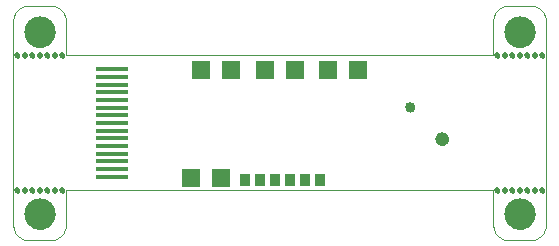
<source format=gbs>
G75*
%MOIN*%
%OFA0B0*%
%FSLAX24Y24*%
%IPPOS*%
%LPD*%
%AMOC8*
5,1,8,0,0,1.08239X$1,22.5*
%
%ADD10C,0.0000*%
%ADD11C,0.1040*%
%ADD12C,0.0190*%
%ADD13C,0.0335*%
%ADD14C,0.0453*%
%ADD15R,0.0640X0.0640*%
%ADD16R,0.1064X0.0178*%
%ADD17R,0.0360X0.0390*%
D10*
X004943Y002737D02*
X005693Y002737D01*
X005737Y002739D01*
X005780Y002745D01*
X005822Y002754D01*
X005864Y002767D01*
X005904Y002784D01*
X005943Y002804D01*
X005980Y002827D01*
X006014Y002854D01*
X006047Y002883D01*
X006076Y002916D01*
X006103Y002950D01*
X006126Y002987D01*
X006146Y003026D01*
X006163Y003066D01*
X006176Y003108D01*
X006185Y003150D01*
X006191Y003193D01*
X006193Y003237D01*
X006193Y004393D01*
X020443Y004393D01*
X020443Y003237D01*
X020445Y003193D01*
X020451Y003150D01*
X020460Y003108D01*
X020473Y003066D01*
X020490Y003026D01*
X020510Y002987D01*
X020533Y002950D01*
X020560Y002916D01*
X020589Y002883D01*
X020622Y002854D01*
X020656Y002827D01*
X020693Y002804D01*
X020732Y002784D01*
X020772Y002767D01*
X020814Y002754D01*
X020856Y002745D01*
X020899Y002739D01*
X020943Y002737D01*
X021693Y002737D01*
X021737Y002739D01*
X021780Y002745D01*
X021822Y002754D01*
X021864Y002767D01*
X021904Y002784D01*
X021943Y002804D01*
X021980Y002827D01*
X022014Y002854D01*
X022047Y002883D01*
X022076Y002916D01*
X022103Y002950D01*
X022126Y002987D01*
X022146Y003026D01*
X022163Y003066D01*
X022176Y003108D01*
X022185Y003150D01*
X022191Y003193D01*
X022193Y003237D01*
X022193Y010050D01*
X022191Y010094D01*
X022185Y010137D01*
X022176Y010179D01*
X022163Y010221D01*
X022146Y010261D01*
X022126Y010300D01*
X022103Y010337D01*
X022076Y010371D01*
X022047Y010404D01*
X022014Y010433D01*
X021980Y010460D01*
X021943Y010483D01*
X021904Y010503D01*
X021864Y010520D01*
X021822Y010533D01*
X021780Y010542D01*
X021737Y010548D01*
X021693Y010550D01*
X020943Y010550D01*
X020899Y010548D01*
X020856Y010542D01*
X020814Y010533D01*
X020772Y010520D01*
X020732Y010503D01*
X020693Y010483D01*
X020656Y010460D01*
X020622Y010433D01*
X020589Y010404D01*
X020560Y010371D01*
X020533Y010337D01*
X020510Y010300D01*
X020490Y010261D01*
X020473Y010221D01*
X020460Y010179D01*
X020451Y010137D01*
X020445Y010094D01*
X020443Y010050D01*
X020443Y008893D01*
X006193Y008893D01*
X006193Y010050D01*
X006191Y010094D01*
X006185Y010137D01*
X006176Y010179D01*
X006163Y010221D01*
X006146Y010261D01*
X006126Y010300D01*
X006103Y010337D01*
X006076Y010371D01*
X006047Y010404D01*
X006014Y010433D01*
X005980Y010460D01*
X005943Y010483D01*
X005904Y010503D01*
X005864Y010520D01*
X005822Y010533D01*
X005780Y010542D01*
X005737Y010548D01*
X005693Y010550D01*
X004943Y010550D01*
X004899Y010548D01*
X004856Y010542D01*
X004814Y010533D01*
X004772Y010520D01*
X004732Y010503D01*
X004693Y010483D01*
X004656Y010460D01*
X004622Y010433D01*
X004589Y010404D01*
X004560Y010371D01*
X004533Y010337D01*
X004510Y010300D01*
X004490Y010261D01*
X004473Y010221D01*
X004460Y010179D01*
X004451Y010137D01*
X004445Y010094D01*
X004443Y010050D01*
X004443Y003237D01*
X004445Y003193D01*
X004451Y003150D01*
X004460Y003108D01*
X004473Y003066D01*
X004490Y003026D01*
X004510Y002987D01*
X004533Y002950D01*
X004560Y002916D01*
X004589Y002883D01*
X004622Y002854D01*
X004656Y002827D01*
X004693Y002804D01*
X004732Y002784D01*
X004772Y002767D01*
X004814Y002754D01*
X004856Y002745D01*
X004899Y002739D01*
X004943Y002737D01*
X004818Y003612D02*
X004820Y003656D01*
X004826Y003700D01*
X004836Y003743D01*
X004849Y003785D01*
X004866Y003826D01*
X004887Y003865D01*
X004911Y003902D01*
X004938Y003937D01*
X004968Y003969D01*
X005001Y003999D01*
X005037Y004025D01*
X005074Y004049D01*
X005114Y004068D01*
X005155Y004085D01*
X005198Y004097D01*
X005241Y004106D01*
X005285Y004111D01*
X005329Y004112D01*
X005373Y004109D01*
X005417Y004102D01*
X005460Y004091D01*
X005502Y004077D01*
X005542Y004059D01*
X005581Y004037D01*
X005617Y004013D01*
X005651Y003985D01*
X005683Y003954D01*
X005712Y003920D01*
X005738Y003884D01*
X005760Y003846D01*
X005779Y003806D01*
X005794Y003764D01*
X005806Y003722D01*
X005814Y003678D01*
X005818Y003634D01*
X005818Y003590D01*
X005814Y003546D01*
X005806Y003502D01*
X005794Y003460D01*
X005779Y003418D01*
X005760Y003378D01*
X005738Y003340D01*
X005712Y003304D01*
X005683Y003270D01*
X005651Y003239D01*
X005617Y003211D01*
X005581Y003187D01*
X005542Y003165D01*
X005502Y003147D01*
X005460Y003133D01*
X005417Y003122D01*
X005373Y003115D01*
X005329Y003112D01*
X005285Y003113D01*
X005241Y003118D01*
X005198Y003127D01*
X005155Y003139D01*
X005114Y003156D01*
X005074Y003175D01*
X005037Y003199D01*
X005001Y003225D01*
X004968Y003255D01*
X004938Y003287D01*
X004911Y003322D01*
X004887Y003359D01*
X004866Y003398D01*
X004849Y003439D01*
X004836Y003481D01*
X004826Y003524D01*
X004820Y003568D01*
X004818Y003612D01*
X004743Y004393D02*
X004745Y004410D01*
X004750Y004426D01*
X004759Y004440D01*
X004771Y004452D01*
X004785Y004461D01*
X004801Y004466D01*
X004818Y004468D01*
X004835Y004466D01*
X004851Y004461D01*
X004865Y004452D01*
X004877Y004440D01*
X004886Y004426D01*
X004891Y004410D01*
X004893Y004393D01*
X004891Y004376D01*
X004886Y004360D01*
X004877Y004346D01*
X004865Y004334D01*
X004851Y004325D01*
X004835Y004320D01*
X004818Y004318D01*
X004801Y004320D01*
X004785Y004325D01*
X004771Y004334D01*
X004759Y004346D01*
X004750Y004360D01*
X004745Y004376D01*
X004743Y004393D01*
X004493Y004393D02*
X004495Y004410D01*
X004500Y004426D01*
X004509Y004440D01*
X004521Y004452D01*
X004535Y004461D01*
X004551Y004466D01*
X004568Y004468D01*
X004585Y004466D01*
X004601Y004461D01*
X004615Y004452D01*
X004627Y004440D01*
X004636Y004426D01*
X004641Y004410D01*
X004643Y004393D01*
X004641Y004376D01*
X004636Y004360D01*
X004627Y004346D01*
X004615Y004334D01*
X004601Y004325D01*
X004585Y004320D01*
X004568Y004318D01*
X004551Y004320D01*
X004535Y004325D01*
X004521Y004334D01*
X004509Y004346D01*
X004500Y004360D01*
X004495Y004376D01*
X004493Y004393D01*
X004993Y004393D02*
X004995Y004410D01*
X005000Y004426D01*
X005009Y004440D01*
X005021Y004452D01*
X005035Y004461D01*
X005051Y004466D01*
X005068Y004468D01*
X005085Y004466D01*
X005101Y004461D01*
X005115Y004452D01*
X005127Y004440D01*
X005136Y004426D01*
X005141Y004410D01*
X005143Y004393D01*
X005141Y004376D01*
X005136Y004360D01*
X005127Y004346D01*
X005115Y004334D01*
X005101Y004325D01*
X005085Y004320D01*
X005068Y004318D01*
X005051Y004320D01*
X005035Y004325D01*
X005021Y004334D01*
X005009Y004346D01*
X005000Y004360D01*
X004995Y004376D01*
X004993Y004393D01*
X005243Y004393D02*
X005245Y004410D01*
X005250Y004426D01*
X005259Y004440D01*
X005271Y004452D01*
X005285Y004461D01*
X005301Y004466D01*
X005318Y004468D01*
X005335Y004466D01*
X005351Y004461D01*
X005365Y004452D01*
X005377Y004440D01*
X005386Y004426D01*
X005391Y004410D01*
X005393Y004393D01*
X005391Y004376D01*
X005386Y004360D01*
X005377Y004346D01*
X005365Y004334D01*
X005351Y004325D01*
X005335Y004320D01*
X005318Y004318D01*
X005301Y004320D01*
X005285Y004325D01*
X005271Y004334D01*
X005259Y004346D01*
X005250Y004360D01*
X005245Y004376D01*
X005243Y004393D01*
X005493Y004393D02*
X005495Y004410D01*
X005500Y004426D01*
X005509Y004440D01*
X005521Y004452D01*
X005535Y004461D01*
X005551Y004466D01*
X005568Y004468D01*
X005585Y004466D01*
X005601Y004461D01*
X005615Y004452D01*
X005627Y004440D01*
X005636Y004426D01*
X005641Y004410D01*
X005643Y004393D01*
X005641Y004376D01*
X005636Y004360D01*
X005627Y004346D01*
X005615Y004334D01*
X005601Y004325D01*
X005585Y004320D01*
X005568Y004318D01*
X005551Y004320D01*
X005535Y004325D01*
X005521Y004334D01*
X005509Y004346D01*
X005500Y004360D01*
X005495Y004376D01*
X005493Y004393D01*
X005743Y004393D02*
X005745Y004410D01*
X005750Y004426D01*
X005759Y004440D01*
X005771Y004452D01*
X005785Y004461D01*
X005801Y004466D01*
X005818Y004468D01*
X005835Y004466D01*
X005851Y004461D01*
X005865Y004452D01*
X005877Y004440D01*
X005886Y004426D01*
X005891Y004410D01*
X005893Y004393D01*
X005891Y004376D01*
X005886Y004360D01*
X005877Y004346D01*
X005865Y004334D01*
X005851Y004325D01*
X005835Y004320D01*
X005818Y004318D01*
X005801Y004320D01*
X005785Y004325D01*
X005771Y004334D01*
X005759Y004346D01*
X005750Y004360D01*
X005745Y004376D01*
X005743Y004393D01*
X005993Y004393D02*
X005995Y004410D01*
X006000Y004426D01*
X006009Y004440D01*
X006021Y004452D01*
X006035Y004461D01*
X006051Y004466D01*
X006068Y004468D01*
X006085Y004466D01*
X006101Y004461D01*
X006115Y004452D01*
X006127Y004440D01*
X006136Y004426D01*
X006141Y004410D01*
X006143Y004393D01*
X006141Y004376D01*
X006136Y004360D01*
X006127Y004346D01*
X006115Y004334D01*
X006101Y004325D01*
X006085Y004320D01*
X006068Y004318D01*
X006051Y004320D01*
X006035Y004325D01*
X006021Y004334D01*
X006009Y004346D01*
X006000Y004360D01*
X005995Y004376D01*
X005993Y004393D01*
X005993Y008893D02*
X005995Y008910D01*
X006000Y008926D01*
X006009Y008940D01*
X006021Y008952D01*
X006035Y008961D01*
X006051Y008966D01*
X006068Y008968D01*
X006085Y008966D01*
X006101Y008961D01*
X006115Y008952D01*
X006127Y008940D01*
X006136Y008926D01*
X006141Y008910D01*
X006143Y008893D01*
X006141Y008876D01*
X006136Y008860D01*
X006127Y008846D01*
X006115Y008834D01*
X006101Y008825D01*
X006085Y008820D01*
X006068Y008818D01*
X006051Y008820D01*
X006035Y008825D01*
X006021Y008834D01*
X006009Y008846D01*
X006000Y008860D01*
X005995Y008876D01*
X005993Y008893D01*
X005743Y008893D02*
X005745Y008910D01*
X005750Y008926D01*
X005759Y008940D01*
X005771Y008952D01*
X005785Y008961D01*
X005801Y008966D01*
X005818Y008968D01*
X005835Y008966D01*
X005851Y008961D01*
X005865Y008952D01*
X005877Y008940D01*
X005886Y008926D01*
X005891Y008910D01*
X005893Y008893D01*
X005891Y008876D01*
X005886Y008860D01*
X005877Y008846D01*
X005865Y008834D01*
X005851Y008825D01*
X005835Y008820D01*
X005818Y008818D01*
X005801Y008820D01*
X005785Y008825D01*
X005771Y008834D01*
X005759Y008846D01*
X005750Y008860D01*
X005745Y008876D01*
X005743Y008893D01*
X005493Y008893D02*
X005495Y008910D01*
X005500Y008926D01*
X005509Y008940D01*
X005521Y008952D01*
X005535Y008961D01*
X005551Y008966D01*
X005568Y008968D01*
X005585Y008966D01*
X005601Y008961D01*
X005615Y008952D01*
X005627Y008940D01*
X005636Y008926D01*
X005641Y008910D01*
X005643Y008893D01*
X005641Y008876D01*
X005636Y008860D01*
X005627Y008846D01*
X005615Y008834D01*
X005601Y008825D01*
X005585Y008820D01*
X005568Y008818D01*
X005551Y008820D01*
X005535Y008825D01*
X005521Y008834D01*
X005509Y008846D01*
X005500Y008860D01*
X005495Y008876D01*
X005493Y008893D01*
X005243Y008893D02*
X005245Y008910D01*
X005250Y008926D01*
X005259Y008940D01*
X005271Y008952D01*
X005285Y008961D01*
X005301Y008966D01*
X005318Y008968D01*
X005335Y008966D01*
X005351Y008961D01*
X005365Y008952D01*
X005377Y008940D01*
X005386Y008926D01*
X005391Y008910D01*
X005393Y008893D01*
X005391Y008876D01*
X005386Y008860D01*
X005377Y008846D01*
X005365Y008834D01*
X005351Y008825D01*
X005335Y008820D01*
X005318Y008818D01*
X005301Y008820D01*
X005285Y008825D01*
X005271Y008834D01*
X005259Y008846D01*
X005250Y008860D01*
X005245Y008876D01*
X005243Y008893D01*
X004993Y008893D02*
X004995Y008910D01*
X005000Y008926D01*
X005009Y008940D01*
X005021Y008952D01*
X005035Y008961D01*
X005051Y008966D01*
X005068Y008968D01*
X005085Y008966D01*
X005101Y008961D01*
X005115Y008952D01*
X005127Y008940D01*
X005136Y008926D01*
X005141Y008910D01*
X005143Y008893D01*
X005141Y008876D01*
X005136Y008860D01*
X005127Y008846D01*
X005115Y008834D01*
X005101Y008825D01*
X005085Y008820D01*
X005068Y008818D01*
X005051Y008820D01*
X005035Y008825D01*
X005021Y008834D01*
X005009Y008846D01*
X005000Y008860D01*
X004995Y008876D01*
X004993Y008893D01*
X004743Y008893D02*
X004745Y008910D01*
X004750Y008926D01*
X004759Y008940D01*
X004771Y008952D01*
X004785Y008961D01*
X004801Y008966D01*
X004818Y008968D01*
X004835Y008966D01*
X004851Y008961D01*
X004865Y008952D01*
X004877Y008940D01*
X004886Y008926D01*
X004891Y008910D01*
X004893Y008893D01*
X004891Y008876D01*
X004886Y008860D01*
X004877Y008846D01*
X004865Y008834D01*
X004851Y008825D01*
X004835Y008820D01*
X004818Y008818D01*
X004801Y008820D01*
X004785Y008825D01*
X004771Y008834D01*
X004759Y008846D01*
X004750Y008860D01*
X004745Y008876D01*
X004743Y008893D01*
X004493Y008893D02*
X004495Y008910D01*
X004500Y008926D01*
X004509Y008940D01*
X004521Y008952D01*
X004535Y008961D01*
X004551Y008966D01*
X004568Y008968D01*
X004585Y008966D01*
X004601Y008961D01*
X004615Y008952D01*
X004627Y008940D01*
X004636Y008926D01*
X004641Y008910D01*
X004643Y008893D01*
X004641Y008876D01*
X004636Y008860D01*
X004627Y008846D01*
X004615Y008834D01*
X004601Y008825D01*
X004585Y008820D01*
X004568Y008818D01*
X004551Y008820D01*
X004535Y008825D01*
X004521Y008834D01*
X004509Y008846D01*
X004500Y008860D01*
X004495Y008876D01*
X004493Y008893D01*
X004818Y009675D02*
X004820Y009719D01*
X004826Y009763D01*
X004836Y009806D01*
X004849Y009848D01*
X004866Y009889D01*
X004887Y009928D01*
X004911Y009965D01*
X004938Y010000D01*
X004968Y010032D01*
X005001Y010062D01*
X005037Y010088D01*
X005074Y010112D01*
X005114Y010131D01*
X005155Y010148D01*
X005198Y010160D01*
X005241Y010169D01*
X005285Y010174D01*
X005329Y010175D01*
X005373Y010172D01*
X005417Y010165D01*
X005460Y010154D01*
X005502Y010140D01*
X005542Y010122D01*
X005581Y010100D01*
X005617Y010076D01*
X005651Y010048D01*
X005683Y010017D01*
X005712Y009983D01*
X005738Y009947D01*
X005760Y009909D01*
X005779Y009869D01*
X005794Y009827D01*
X005806Y009785D01*
X005814Y009741D01*
X005818Y009697D01*
X005818Y009653D01*
X005814Y009609D01*
X005806Y009565D01*
X005794Y009523D01*
X005779Y009481D01*
X005760Y009441D01*
X005738Y009403D01*
X005712Y009367D01*
X005683Y009333D01*
X005651Y009302D01*
X005617Y009274D01*
X005581Y009250D01*
X005542Y009228D01*
X005502Y009210D01*
X005460Y009196D01*
X005417Y009185D01*
X005373Y009178D01*
X005329Y009175D01*
X005285Y009176D01*
X005241Y009181D01*
X005198Y009190D01*
X005155Y009202D01*
X005114Y009219D01*
X005074Y009238D01*
X005037Y009262D01*
X005001Y009288D01*
X004968Y009318D01*
X004938Y009350D01*
X004911Y009385D01*
X004887Y009422D01*
X004866Y009461D01*
X004849Y009502D01*
X004836Y009544D01*
X004826Y009587D01*
X004820Y009631D01*
X004818Y009675D01*
X017516Y007172D02*
X017518Y007196D01*
X017524Y007219D01*
X017533Y007241D01*
X017546Y007261D01*
X017561Y007279D01*
X017580Y007294D01*
X017601Y007306D01*
X017623Y007314D01*
X017646Y007319D01*
X017670Y007320D01*
X017694Y007317D01*
X017716Y007310D01*
X017738Y007300D01*
X017758Y007287D01*
X017775Y007270D01*
X017789Y007251D01*
X017800Y007230D01*
X017808Y007207D01*
X017812Y007184D01*
X017812Y007160D01*
X017808Y007137D01*
X017800Y007114D01*
X017789Y007093D01*
X017775Y007074D01*
X017758Y007057D01*
X017738Y007044D01*
X017716Y007034D01*
X017694Y007027D01*
X017670Y007024D01*
X017646Y007025D01*
X017623Y007030D01*
X017601Y007038D01*
X017580Y007050D01*
X017561Y007065D01*
X017546Y007083D01*
X017533Y007103D01*
X017524Y007125D01*
X017518Y007148D01*
X017516Y007172D01*
X018515Y006114D02*
X018517Y006142D01*
X018523Y006170D01*
X018532Y006196D01*
X018545Y006222D01*
X018561Y006245D01*
X018581Y006265D01*
X018603Y006283D01*
X018627Y006298D01*
X018653Y006309D01*
X018680Y006317D01*
X018708Y006321D01*
X018736Y006321D01*
X018764Y006317D01*
X018791Y006309D01*
X018817Y006298D01*
X018841Y006283D01*
X018863Y006265D01*
X018883Y006245D01*
X018899Y006222D01*
X018912Y006196D01*
X018921Y006170D01*
X018927Y006142D01*
X018929Y006114D01*
X018927Y006086D01*
X018921Y006058D01*
X018912Y006032D01*
X018899Y006006D01*
X018883Y005983D01*
X018863Y005963D01*
X018841Y005945D01*
X018817Y005930D01*
X018791Y005919D01*
X018764Y005911D01*
X018736Y005907D01*
X018708Y005907D01*
X018680Y005911D01*
X018653Y005919D01*
X018627Y005930D01*
X018603Y005945D01*
X018581Y005963D01*
X018561Y005983D01*
X018545Y006006D01*
X018532Y006032D01*
X018523Y006058D01*
X018517Y006086D01*
X018515Y006114D01*
X020493Y004393D02*
X020495Y004410D01*
X020500Y004426D01*
X020509Y004440D01*
X020521Y004452D01*
X020535Y004461D01*
X020551Y004466D01*
X020568Y004468D01*
X020585Y004466D01*
X020601Y004461D01*
X020615Y004452D01*
X020627Y004440D01*
X020636Y004426D01*
X020641Y004410D01*
X020643Y004393D01*
X020641Y004376D01*
X020636Y004360D01*
X020627Y004346D01*
X020615Y004334D01*
X020601Y004325D01*
X020585Y004320D01*
X020568Y004318D01*
X020551Y004320D01*
X020535Y004325D01*
X020521Y004334D01*
X020509Y004346D01*
X020500Y004360D01*
X020495Y004376D01*
X020493Y004393D01*
X020743Y004393D02*
X020745Y004410D01*
X020750Y004426D01*
X020759Y004440D01*
X020771Y004452D01*
X020785Y004461D01*
X020801Y004466D01*
X020818Y004468D01*
X020835Y004466D01*
X020851Y004461D01*
X020865Y004452D01*
X020877Y004440D01*
X020886Y004426D01*
X020891Y004410D01*
X020893Y004393D01*
X020891Y004376D01*
X020886Y004360D01*
X020877Y004346D01*
X020865Y004334D01*
X020851Y004325D01*
X020835Y004320D01*
X020818Y004318D01*
X020801Y004320D01*
X020785Y004325D01*
X020771Y004334D01*
X020759Y004346D01*
X020750Y004360D01*
X020745Y004376D01*
X020743Y004393D01*
X020993Y004393D02*
X020995Y004410D01*
X021000Y004426D01*
X021009Y004440D01*
X021021Y004452D01*
X021035Y004461D01*
X021051Y004466D01*
X021068Y004468D01*
X021085Y004466D01*
X021101Y004461D01*
X021115Y004452D01*
X021127Y004440D01*
X021136Y004426D01*
X021141Y004410D01*
X021143Y004393D01*
X021141Y004376D01*
X021136Y004360D01*
X021127Y004346D01*
X021115Y004334D01*
X021101Y004325D01*
X021085Y004320D01*
X021068Y004318D01*
X021051Y004320D01*
X021035Y004325D01*
X021021Y004334D01*
X021009Y004346D01*
X021000Y004360D01*
X020995Y004376D01*
X020993Y004393D01*
X021243Y004393D02*
X021245Y004410D01*
X021250Y004426D01*
X021259Y004440D01*
X021271Y004452D01*
X021285Y004461D01*
X021301Y004466D01*
X021318Y004468D01*
X021335Y004466D01*
X021351Y004461D01*
X021365Y004452D01*
X021377Y004440D01*
X021386Y004426D01*
X021391Y004410D01*
X021393Y004393D01*
X021391Y004376D01*
X021386Y004360D01*
X021377Y004346D01*
X021365Y004334D01*
X021351Y004325D01*
X021335Y004320D01*
X021318Y004318D01*
X021301Y004320D01*
X021285Y004325D01*
X021271Y004334D01*
X021259Y004346D01*
X021250Y004360D01*
X021245Y004376D01*
X021243Y004393D01*
X021493Y004393D02*
X021495Y004410D01*
X021500Y004426D01*
X021509Y004440D01*
X021521Y004452D01*
X021535Y004461D01*
X021551Y004466D01*
X021568Y004468D01*
X021585Y004466D01*
X021601Y004461D01*
X021615Y004452D01*
X021627Y004440D01*
X021636Y004426D01*
X021641Y004410D01*
X021643Y004393D01*
X021641Y004376D01*
X021636Y004360D01*
X021627Y004346D01*
X021615Y004334D01*
X021601Y004325D01*
X021585Y004320D01*
X021568Y004318D01*
X021551Y004320D01*
X021535Y004325D01*
X021521Y004334D01*
X021509Y004346D01*
X021500Y004360D01*
X021495Y004376D01*
X021493Y004393D01*
X021743Y004393D02*
X021745Y004410D01*
X021750Y004426D01*
X021759Y004440D01*
X021771Y004452D01*
X021785Y004461D01*
X021801Y004466D01*
X021818Y004468D01*
X021835Y004466D01*
X021851Y004461D01*
X021865Y004452D01*
X021877Y004440D01*
X021886Y004426D01*
X021891Y004410D01*
X021893Y004393D01*
X021891Y004376D01*
X021886Y004360D01*
X021877Y004346D01*
X021865Y004334D01*
X021851Y004325D01*
X021835Y004320D01*
X021818Y004318D01*
X021801Y004320D01*
X021785Y004325D01*
X021771Y004334D01*
X021759Y004346D01*
X021750Y004360D01*
X021745Y004376D01*
X021743Y004393D01*
X021993Y004393D02*
X021995Y004410D01*
X022000Y004426D01*
X022009Y004440D01*
X022021Y004452D01*
X022035Y004461D01*
X022051Y004466D01*
X022068Y004468D01*
X022085Y004466D01*
X022101Y004461D01*
X022115Y004452D01*
X022127Y004440D01*
X022136Y004426D01*
X022141Y004410D01*
X022143Y004393D01*
X022141Y004376D01*
X022136Y004360D01*
X022127Y004346D01*
X022115Y004334D01*
X022101Y004325D01*
X022085Y004320D01*
X022068Y004318D01*
X022051Y004320D01*
X022035Y004325D01*
X022021Y004334D01*
X022009Y004346D01*
X022000Y004360D01*
X021995Y004376D01*
X021993Y004393D01*
X020818Y003612D02*
X020820Y003656D01*
X020826Y003700D01*
X020836Y003743D01*
X020849Y003785D01*
X020866Y003826D01*
X020887Y003865D01*
X020911Y003902D01*
X020938Y003937D01*
X020968Y003969D01*
X021001Y003999D01*
X021037Y004025D01*
X021074Y004049D01*
X021114Y004068D01*
X021155Y004085D01*
X021198Y004097D01*
X021241Y004106D01*
X021285Y004111D01*
X021329Y004112D01*
X021373Y004109D01*
X021417Y004102D01*
X021460Y004091D01*
X021502Y004077D01*
X021542Y004059D01*
X021581Y004037D01*
X021617Y004013D01*
X021651Y003985D01*
X021683Y003954D01*
X021712Y003920D01*
X021738Y003884D01*
X021760Y003846D01*
X021779Y003806D01*
X021794Y003764D01*
X021806Y003722D01*
X021814Y003678D01*
X021818Y003634D01*
X021818Y003590D01*
X021814Y003546D01*
X021806Y003502D01*
X021794Y003460D01*
X021779Y003418D01*
X021760Y003378D01*
X021738Y003340D01*
X021712Y003304D01*
X021683Y003270D01*
X021651Y003239D01*
X021617Y003211D01*
X021581Y003187D01*
X021542Y003165D01*
X021502Y003147D01*
X021460Y003133D01*
X021417Y003122D01*
X021373Y003115D01*
X021329Y003112D01*
X021285Y003113D01*
X021241Y003118D01*
X021198Y003127D01*
X021155Y003139D01*
X021114Y003156D01*
X021074Y003175D01*
X021037Y003199D01*
X021001Y003225D01*
X020968Y003255D01*
X020938Y003287D01*
X020911Y003322D01*
X020887Y003359D01*
X020866Y003398D01*
X020849Y003439D01*
X020836Y003481D01*
X020826Y003524D01*
X020820Y003568D01*
X020818Y003612D01*
X020743Y008893D02*
X020745Y008910D01*
X020750Y008926D01*
X020759Y008940D01*
X020771Y008952D01*
X020785Y008961D01*
X020801Y008966D01*
X020818Y008968D01*
X020835Y008966D01*
X020851Y008961D01*
X020865Y008952D01*
X020877Y008940D01*
X020886Y008926D01*
X020891Y008910D01*
X020893Y008893D01*
X020891Y008876D01*
X020886Y008860D01*
X020877Y008846D01*
X020865Y008834D01*
X020851Y008825D01*
X020835Y008820D01*
X020818Y008818D01*
X020801Y008820D01*
X020785Y008825D01*
X020771Y008834D01*
X020759Y008846D01*
X020750Y008860D01*
X020745Y008876D01*
X020743Y008893D01*
X020493Y008893D02*
X020495Y008910D01*
X020500Y008926D01*
X020509Y008940D01*
X020521Y008952D01*
X020535Y008961D01*
X020551Y008966D01*
X020568Y008968D01*
X020585Y008966D01*
X020601Y008961D01*
X020615Y008952D01*
X020627Y008940D01*
X020636Y008926D01*
X020641Y008910D01*
X020643Y008893D01*
X020641Y008876D01*
X020636Y008860D01*
X020627Y008846D01*
X020615Y008834D01*
X020601Y008825D01*
X020585Y008820D01*
X020568Y008818D01*
X020551Y008820D01*
X020535Y008825D01*
X020521Y008834D01*
X020509Y008846D01*
X020500Y008860D01*
X020495Y008876D01*
X020493Y008893D01*
X020993Y008893D02*
X020995Y008910D01*
X021000Y008926D01*
X021009Y008940D01*
X021021Y008952D01*
X021035Y008961D01*
X021051Y008966D01*
X021068Y008968D01*
X021085Y008966D01*
X021101Y008961D01*
X021115Y008952D01*
X021127Y008940D01*
X021136Y008926D01*
X021141Y008910D01*
X021143Y008893D01*
X021141Y008876D01*
X021136Y008860D01*
X021127Y008846D01*
X021115Y008834D01*
X021101Y008825D01*
X021085Y008820D01*
X021068Y008818D01*
X021051Y008820D01*
X021035Y008825D01*
X021021Y008834D01*
X021009Y008846D01*
X021000Y008860D01*
X020995Y008876D01*
X020993Y008893D01*
X021243Y008893D02*
X021245Y008910D01*
X021250Y008926D01*
X021259Y008940D01*
X021271Y008952D01*
X021285Y008961D01*
X021301Y008966D01*
X021318Y008968D01*
X021335Y008966D01*
X021351Y008961D01*
X021365Y008952D01*
X021377Y008940D01*
X021386Y008926D01*
X021391Y008910D01*
X021393Y008893D01*
X021391Y008876D01*
X021386Y008860D01*
X021377Y008846D01*
X021365Y008834D01*
X021351Y008825D01*
X021335Y008820D01*
X021318Y008818D01*
X021301Y008820D01*
X021285Y008825D01*
X021271Y008834D01*
X021259Y008846D01*
X021250Y008860D01*
X021245Y008876D01*
X021243Y008893D01*
X021493Y008893D02*
X021495Y008910D01*
X021500Y008926D01*
X021509Y008940D01*
X021521Y008952D01*
X021535Y008961D01*
X021551Y008966D01*
X021568Y008968D01*
X021585Y008966D01*
X021601Y008961D01*
X021615Y008952D01*
X021627Y008940D01*
X021636Y008926D01*
X021641Y008910D01*
X021643Y008893D01*
X021641Y008876D01*
X021636Y008860D01*
X021627Y008846D01*
X021615Y008834D01*
X021601Y008825D01*
X021585Y008820D01*
X021568Y008818D01*
X021551Y008820D01*
X021535Y008825D01*
X021521Y008834D01*
X021509Y008846D01*
X021500Y008860D01*
X021495Y008876D01*
X021493Y008893D01*
X021743Y008893D02*
X021745Y008910D01*
X021750Y008926D01*
X021759Y008940D01*
X021771Y008952D01*
X021785Y008961D01*
X021801Y008966D01*
X021818Y008968D01*
X021835Y008966D01*
X021851Y008961D01*
X021865Y008952D01*
X021877Y008940D01*
X021886Y008926D01*
X021891Y008910D01*
X021893Y008893D01*
X021891Y008876D01*
X021886Y008860D01*
X021877Y008846D01*
X021865Y008834D01*
X021851Y008825D01*
X021835Y008820D01*
X021818Y008818D01*
X021801Y008820D01*
X021785Y008825D01*
X021771Y008834D01*
X021759Y008846D01*
X021750Y008860D01*
X021745Y008876D01*
X021743Y008893D01*
X021993Y008893D02*
X021995Y008910D01*
X022000Y008926D01*
X022009Y008940D01*
X022021Y008952D01*
X022035Y008961D01*
X022051Y008966D01*
X022068Y008968D01*
X022085Y008966D01*
X022101Y008961D01*
X022115Y008952D01*
X022127Y008940D01*
X022136Y008926D01*
X022141Y008910D01*
X022143Y008893D01*
X022141Y008876D01*
X022136Y008860D01*
X022127Y008846D01*
X022115Y008834D01*
X022101Y008825D01*
X022085Y008820D01*
X022068Y008818D01*
X022051Y008820D01*
X022035Y008825D01*
X022021Y008834D01*
X022009Y008846D01*
X022000Y008860D01*
X021995Y008876D01*
X021993Y008893D01*
X020818Y009675D02*
X020820Y009719D01*
X020826Y009763D01*
X020836Y009806D01*
X020849Y009848D01*
X020866Y009889D01*
X020887Y009928D01*
X020911Y009965D01*
X020938Y010000D01*
X020968Y010032D01*
X021001Y010062D01*
X021037Y010088D01*
X021074Y010112D01*
X021114Y010131D01*
X021155Y010148D01*
X021198Y010160D01*
X021241Y010169D01*
X021285Y010174D01*
X021329Y010175D01*
X021373Y010172D01*
X021417Y010165D01*
X021460Y010154D01*
X021502Y010140D01*
X021542Y010122D01*
X021581Y010100D01*
X021617Y010076D01*
X021651Y010048D01*
X021683Y010017D01*
X021712Y009983D01*
X021738Y009947D01*
X021760Y009909D01*
X021779Y009869D01*
X021794Y009827D01*
X021806Y009785D01*
X021814Y009741D01*
X021818Y009697D01*
X021818Y009653D01*
X021814Y009609D01*
X021806Y009565D01*
X021794Y009523D01*
X021779Y009481D01*
X021760Y009441D01*
X021738Y009403D01*
X021712Y009367D01*
X021683Y009333D01*
X021651Y009302D01*
X021617Y009274D01*
X021581Y009250D01*
X021542Y009228D01*
X021502Y009210D01*
X021460Y009196D01*
X021417Y009185D01*
X021373Y009178D01*
X021329Y009175D01*
X021285Y009176D01*
X021241Y009181D01*
X021198Y009190D01*
X021155Y009202D01*
X021114Y009219D01*
X021074Y009238D01*
X021037Y009262D01*
X021001Y009288D01*
X020968Y009318D01*
X020938Y009350D01*
X020911Y009385D01*
X020887Y009422D01*
X020866Y009461D01*
X020849Y009502D01*
X020836Y009544D01*
X020826Y009587D01*
X020820Y009631D01*
X020818Y009675D01*
D11*
X021318Y009675D03*
X021318Y003612D03*
X005318Y003612D03*
X005318Y009675D03*
D12*
X005318Y008893D03*
X005568Y008893D03*
X005818Y008893D03*
X006068Y008893D03*
X005068Y008893D03*
X004818Y008893D03*
X004568Y008893D03*
X004568Y004393D03*
X004818Y004393D03*
X005068Y004393D03*
X005318Y004393D03*
X005568Y004393D03*
X005818Y004393D03*
X006068Y004393D03*
X020568Y004393D03*
X020818Y004393D03*
X021068Y004393D03*
X021318Y004393D03*
X021568Y004393D03*
X021818Y004393D03*
X022068Y004393D03*
X022068Y008893D03*
X021818Y008893D03*
X021568Y008893D03*
X021318Y008893D03*
X021068Y008893D03*
X020818Y008893D03*
X020568Y008893D03*
D13*
X017664Y007172D03*
D14*
X018722Y006114D03*
D15*
X015943Y008393D03*
X014943Y008393D03*
X013818Y008393D03*
X012818Y008393D03*
X011693Y008393D03*
X010693Y008393D03*
X010349Y004800D03*
X011349Y004800D03*
D16*
X007724Y004852D03*
X007724Y005108D03*
X007724Y005364D03*
X007724Y005620D03*
X007724Y005876D03*
X007724Y006131D03*
X007724Y006387D03*
X007724Y006643D03*
X007724Y006899D03*
X007724Y007155D03*
X007724Y007411D03*
X007724Y007667D03*
X007724Y007923D03*
X007724Y008179D03*
X007724Y008435D03*
D17*
X012162Y004737D03*
X012662Y004737D03*
X013162Y004737D03*
X013662Y004737D03*
X014162Y004737D03*
X014662Y004737D03*
M02*

</source>
